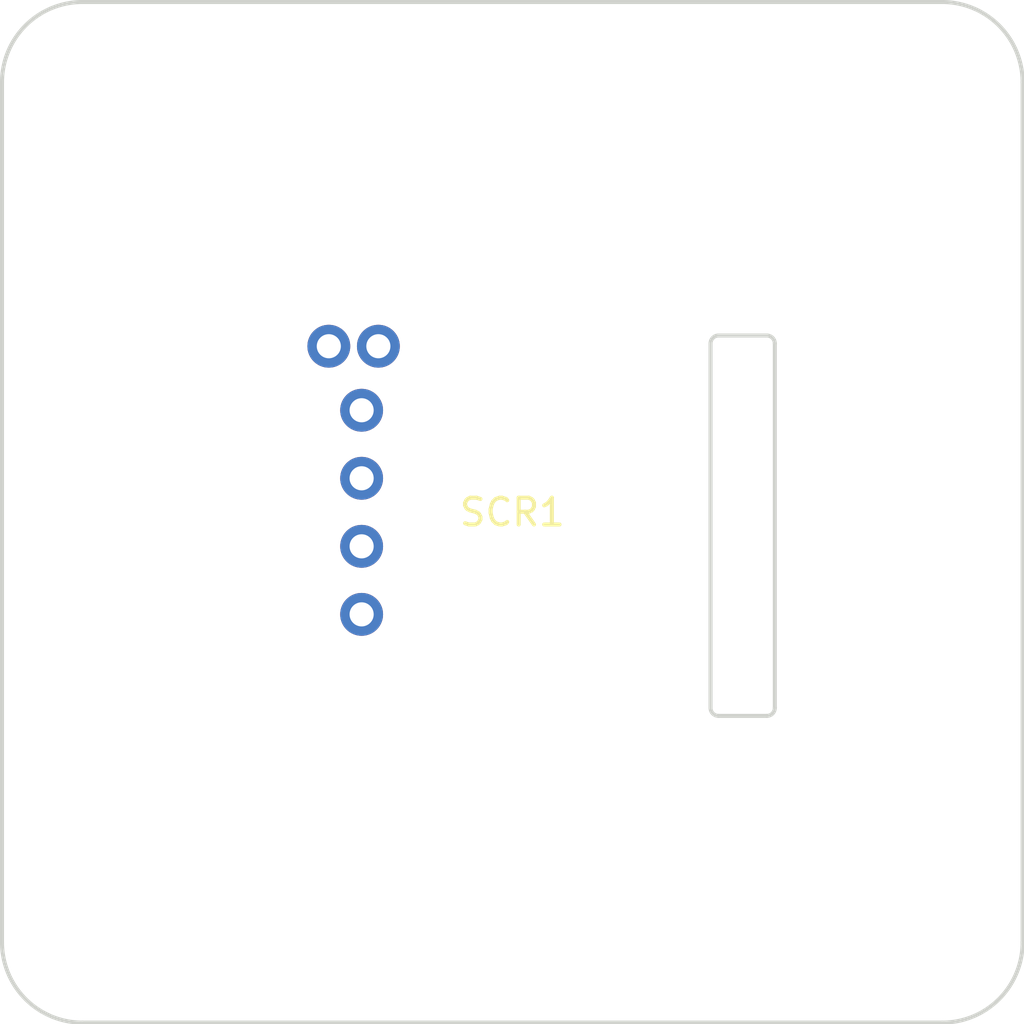
<source format=kicad_pcb>

            
(kicad_pcb (version 20171130) (host pcbnew 5.1.6)

  (page A3)
  (title_block
    (title evqwgd001)
    (rev 2024.03.25)
    (company "Travis Hardiman")
  )

  (general
    (thickness 1.6)
  )

  (layers
    (0 F.Cu signal)
    (31 B.Cu signal)
    (32 B.Adhes user)
    (33 F.Adhes user)
    (34 B.Paste user)
    (35 F.Paste user)
    (36 B.SilkS user)
    (37 F.SilkS user)
    (38 B.Mask user)
    (39 F.Mask user)
    (40 Dwgs.User user)
    (41 Cmts.User user)
    (42 Eco1.User user)
    (43 Eco2.User user)
    (44 Edge.Cuts user)
    (45 Margin user)
    (46 B.CrtYd user)
    (47 F.CrtYd user)
    (48 B.Fab user)
    (49 F.Fab user)
  )

  (setup
    (last_trace_width 0.25)
    (trace_clearance 0.2)
    (zone_clearance 0.508)
    (zone_45_only no)
    (trace_min 0.2)
    (via_size 0.8)
    (via_drill 0.4)
    (via_min_size 0.4)
    (via_min_drill 0.3)
    (uvia_size 0.3)
    (uvia_drill 0.1)
    (uvias_allowed no)
    (uvia_min_size 0.2)
    (uvia_min_drill 0.1)
    (edge_width 0.05)
    (segment_width 0.2)
    (pcb_text_width 0.3)
    (pcb_text_size 1.5 1.5)
    (mod_edge_width 0.12)
    (mod_text_size 1 1)
    (mod_text_width 0.15)
    (pad_size 1.524 1.524)
    (pad_drill 0.762)
    (pad_to_mask_clearance 0.05)
    (aux_axis_origin 0 0)
    (visible_elements FFFFFF7F)
    (pcbplotparams
      (layerselection 0x010fc_ffffffff)
      (usegerberextensions false)
      (usegerberattributes true)
      (usegerberadvancedattributes true)
      (creategerberjobfile true)
      (excludeedgelayer true)
      (linewidth 0.100000)
      (plotframeref false)
      (viasonmask false)
      (mode 1)
      (useauxorigin false)
      (hpglpennumber 1)
      (hpglpenspeed 20)
      (hpglpendiameter 15.000000)
      (psnegative false)
      (psa4output false)
      (plotreference true)
      (plotvalue true)
      (plotinvisibletext false)
      (padsonsilk false)
      (subtractmaskfromsilk false)
      (outputformat 1)
      (mirror false)
      (drillshape 1)
      (scaleselection 1)
      (outputdirectory ""))
  )

            (net 0 "")
(net 1 "from_col")
(net 2 "to_diode")
(net 3 "scrA")
(net 4 "scrB")
(net 5 "scrC")
(net 6 "scrD")
            
  (net_class Default "This is the default net class."
    (clearance 0.2)
    (trace_width 0.25)
    (via_dia 0.8)
    (via_drill 0.4)
    (uvia_dia 0.3)
    (uvia_drill 0.1)
    (add_net "")
(add_net "from_col")
(add_net "to_diode")
(add_net "scrA")
(add_net "scrB")
(add_net "scrC")
(add_net "scrD")
  )

            
        
        (module "travis:evqwgd001" (layer F.Cu)
        (at 0 0 0)
        (attr through_hole)
        (fp_text reference "SCR1" (at 0 0 0) (layer F.SilkS) 
            (effects (font (size 1 1) (thickness 0.15)))
        )
        (fp_text value "RollerEncoder_Panasonic_EVQWGD001" (at -0.1 9 0) (layer F.Fab) hide
            (effects (font (size 0.8 0.8) (thickness 0.15)))
        )
        
        
        (fp_line (start -8.4 -6.4) (end 8.4 -6.4) (layer Dwgs.User) (width 0.12))
        (fp_line (start 8.4 -6.4) (end 8.4 7.4) (layer Dwgs.User) (width 0.12))
        (fp_line (start 8.4 7.4) (end -8.4 7.4) (layer Dwgs.User) (width 0.12))
        (fp_line (start -8.4 7.4) (end -8.4 -6.4) (layer Dwgs.User) (width 0.12))
      
        
          
          (fp_line (start 9.8 7.3) (end 9.8 -6.3) (layer Edge.Cuts) (width 0.15))
          (fp_line (start 7.4 -6.3) (end 7.4 7.3) (layer Edge.Cuts) (width 0.15))
          (fp_line (start 9.5 -6.6) (end 7.7 -6.6) (layer Edge.Cuts) (width 0.15))
          (fp_line (start 7.7 7.6) (end 9.5 7.6) (layer Edge.Cuts) (width 0.15))
          (fp_arc (start 7.7 7.3) (end 7.4 7.3) (angle -90) (layer Edge.Cuts) (width 0.15))
          (fp_arc (start 9.5 7.3) (end 9.5 7.6) (angle -90) (layer Edge.Cuts) (width 0.15))
          (fp_arc (start 7.7 -6.3) (end 7.7 -6.6) (angle -90) (layer Edge.Cuts) (width 0.15))
          (fp_arc (start 9.5 -6.3) (end 9.8 -6.3) (angle -90) (layer Edge.Cuts) (width 0.15))

          
          (pad S1 thru_hole circle (at -6.85 -6.2 0) (size 1.6 1.6) (drill 0.9) (layers *.Cu *.Mask) (net 1 "from_col"))
          (pad S2 thru_hole circle (at -5 -6.2 0) (size 1.6 1.6) (drill 0.9) (layers *.Cu *.Mask) (net 2 "to_diode"))
          (pad A thru_hole circle (at -5.625 -3.81 0) (size 1.6 1.6) (drill 0.9) (layers *.Cu *.Mask) (net 3 "scrA"))
          (pad B thru_hole circle (at -5.625 -1.27 0) (size 1.6 1.6) (drill 0.9) (layers *.Cu *.Mask) (net 4 "scrB"))
          (pad C thru_hole circle (at -5.625 1.27 0) (size 1.6 1.6) (drill 0.9) (layers *.Cu *.Mask) (net 5 "scrC"))
          (pad D thru_hole circle (at -5.625 3.81 0) (size 1.6 1.6) (drill 0.9) (layers *.Cu *.Mask) (net 6 "scrD"))

          
          (pad "" np_thru_hole circle (at -5.625 6.3 0) (size 1.5 1.5) (drill 1.5) (layers *.Cu *.Mask))
        
        (model "${TRAVIS_KICAD}/evqwgd001.step"
    (offset (xyz 8.5 -7.4 -3.5))
    (scale (xyz 1 1 1))
    (rotate (xyz 0 0 -90))
  )
)
            (gr_line (start -19.05 16.05) (end -19.05 -16.05) (angle 90) (layer Edge.Cuts) (width 0.15))
(gr_line (start -16.05 -19.05) (end 16.05 -19.05) (angle 90) (layer Edge.Cuts) (width 0.15))
(gr_line (start 19.05 -16.05) (end 19.05 16.05) (angle 90) (layer Edge.Cuts) (width 0.15))
(gr_line (start 16.05 19.05) (end -16.05 19.05) (angle 90) (layer Edge.Cuts) (width 0.15))
(gr_arc (start -16.05 -16.05) (end -16.05 -19.05) (angle -90) (layer Edge.Cuts) (width 0.15))
(gr_arc (start 16.05 -16.05) (end 19.05 -16.05) (angle -90) (layer Edge.Cuts) (width 0.15))
(gr_arc (start 16.05 16.05) (end 16.05 19.05) (angle -90) (layer Edge.Cuts) (width 0.15))
(gr_arc (start -16.05 16.05) (end -19.05 16.05) (angle -90) (layer Edge.Cuts) (width 0.15))
            
)

        
</source>
